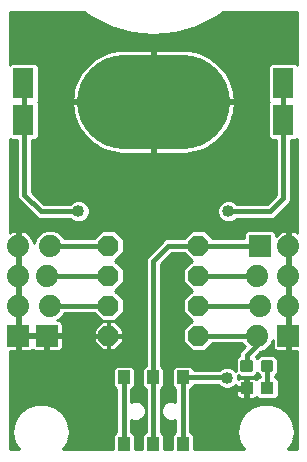
<source format=gtl>
G75*
%MOIN*%
%OFA0B0*%
%FSLAX25Y25*%
%IPPOS*%
%LPD*%
%AMOC8*
5,1,8,0,0,1.08239X$1,22.5*
%
%ADD10R,0.07000X0.10000*%
%ADD11C,0.31496*%
%ADD12R,0.07400X0.07400*%
%ADD13C,0.07400*%
%ADD14OC8,0.06800*%
%ADD15R,0.03937X0.04528*%
%ADD16C,0.01181*%
%ADD17R,0.04331X0.03937*%
%ADD18C,0.01000*%
%ADD19C,0.04000*%
%ADD20C,0.01600*%
D10*
X0100026Y0166898D03*
X0100026Y0179102D03*
X0186640Y0179102D03*
X0186640Y0166898D03*
D11*
X0153175Y0173000D02*
X0133491Y0173000D01*
D12*
X0178833Y0125000D03*
X0188333Y0095000D03*
X0107833Y0095000D03*
X0098333Y0095000D03*
D13*
X0098333Y0105000D03*
X0108833Y0105000D03*
X0107833Y0115000D03*
X0098333Y0115000D03*
X0098333Y0125000D03*
X0108833Y0125000D03*
X0177833Y0115000D03*
X0188333Y0115000D03*
X0188333Y0105000D03*
X0178833Y0105000D03*
X0177833Y0095000D03*
X0188333Y0125000D03*
D14*
X0158333Y0125000D03*
X0158333Y0115000D03*
X0158333Y0105000D03*
X0158333Y0095000D03*
X0128333Y0095000D03*
X0128333Y0105000D03*
X0128333Y0115000D03*
X0128333Y0125000D03*
D15*
X0133491Y0081122D03*
X0143333Y0081122D03*
X0153176Y0081122D03*
X0153176Y0058878D03*
X0143333Y0058878D03*
X0133491Y0058878D03*
D16*
X0173003Y0083622D02*
X0173003Y0086378D01*
X0175759Y0086378D01*
X0175759Y0083622D01*
X0173003Y0083622D01*
X0173003Y0084802D02*
X0175759Y0084802D01*
X0175759Y0085982D02*
X0173003Y0085982D01*
X0179908Y0086378D02*
X0179908Y0083622D01*
X0179908Y0086378D02*
X0182664Y0086378D01*
X0182664Y0083622D01*
X0179908Y0083622D01*
X0179908Y0084802D02*
X0182664Y0084802D01*
X0182664Y0085982D02*
X0179908Y0085982D01*
D17*
X0181180Y0077500D03*
X0174487Y0077500D03*
D18*
X0095433Y0089800D02*
X0095433Y0057100D01*
X0098386Y0057100D01*
X0096864Y0059735D01*
X0096864Y0059735D01*
X0096288Y0063000D01*
X0096288Y0063000D01*
X0096864Y0066265D01*
X0096864Y0066265D01*
X0098521Y0069135D01*
X0098521Y0069135D01*
X0098521Y0069135D01*
X0101061Y0071266D01*
X0101061Y0071266D01*
X0104176Y0072400D01*
X0107491Y0072400D01*
X0110606Y0071266D01*
X0110606Y0071266D01*
X0113145Y0069135D01*
X0113145Y0069135D01*
X0114803Y0066265D01*
X0114803Y0066265D01*
X0115378Y0063000D01*
X0115378Y0063000D01*
X0114803Y0059735D01*
X0114803Y0059735D01*
X0113281Y0057100D01*
X0129822Y0057100D01*
X0129822Y0061846D01*
X0130818Y0062842D01*
X0130991Y0062842D01*
X0130991Y0077158D01*
X0130818Y0077158D01*
X0129822Y0078154D01*
X0129822Y0084090D01*
X0130818Y0085086D01*
X0136163Y0085086D01*
X0137159Y0084090D01*
X0137159Y0078154D01*
X0136163Y0077158D01*
X0135991Y0077158D01*
X0135991Y0073056D01*
X0136757Y0073373D01*
X0138099Y0073373D01*
X0139339Y0072860D01*
X0140287Y0071911D01*
X0140801Y0070671D01*
X0140801Y0069329D01*
X0140287Y0068089D01*
X0139339Y0067140D01*
X0138099Y0066627D01*
X0136757Y0066627D01*
X0135991Y0066944D01*
X0135991Y0062842D01*
X0136163Y0062842D01*
X0137159Y0061846D01*
X0137159Y0057100D01*
X0139665Y0057100D01*
X0139665Y0061846D01*
X0140661Y0062842D01*
X0140833Y0062842D01*
X0140833Y0077158D01*
X0140661Y0077158D01*
X0139665Y0078154D01*
X0139665Y0084090D01*
X0140661Y0085086D01*
X0140833Y0085086D01*
X0140833Y0120497D01*
X0141214Y0121416D01*
X0146214Y0126416D01*
X0146917Y0127119D01*
X0147836Y0127500D01*
X0153621Y0127500D01*
X0156221Y0130100D01*
X0160446Y0130100D01*
X0163046Y0127500D01*
X0173433Y0127500D01*
X0173433Y0129404D01*
X0174429Y0130400D01*
X0183237Y0130400D01*
X0184233Y0129404D01*
X0184233Y0128204D01*
X0184367Y0128388D01*
X0184946Y0128966D01*
X0185608Y0129447D01*
X0186337Y0129819D01*
X0187116Y0130072D01*
X0187833Y0130186D01*
X0187833Y0125500D01*
X0188833Y0125500D01*
X0188833Y0130186D01*
X0189551Y0130072D01*
X0190329Y0129819D01*
X0191059Y0129447D01*
X0191233Y0129321D01*
X0191233Y0160586D01*
X0190845Y0160198D01*
X0189140Y0160198D01*
X0189140Y0140310D01*
X0188760Y0139391D01*
X0184453Y0135084D01*
X0184453Y0135084D01*
X0183749Y0134381D01*
X0182831Y0134000D01*
X0171066Y0134000D01*
X0170429Y0133363D01*
X0169069Y0132800D01*
X0167597Y0132800D01*
X0166237Y0133363D01*
X0165197Y0134404D01*
X0164633Y0135764D01*
X0164633Y0137236D01*
X0165197Y0138596D01*
X0166237Y0139637D01*
X0167597Y0140200D01*
X0169069Y0140200D01*
X0170429Y0139637D01*
X0171066Y0139000D01*
X0181298Y0139000D01*
X0184140Y0141843D01*
X0184140Y0160198D01*
X0182436Y0160198D01*
X0181440Y0161193D01*
X0181440Y0172602D01*
X0181839Y0173000D01*
X0181440Y0173398D01*
X0181440Y0184807D01*
X0182436Y0185802D01*
X0190845Y0185802D01*
X0191233Y0185414D01*
X0191233Y0202900D01*
X0166529Y0202900D01*
X0164161Y0201139D01*
X0164161Y0201139D01*
X0157616Y0197922D01*
X0157616Y0197922D01*
X0150596Y0195948D01*
X0150596Y0195948D01*
X0143333Y0195283D01*
X0143333Y0195283D01*
X0136071Y0195948D01*
X0136071Y0195948D01*
X0129051Y0197922D01*
X0129051Y0197922D01*
X0122506Y0201139D01*
X0122506Y0201139D01*
X0120138Y0202900D01*
X0095433Y0202900D01*
X0095433Y0185414D01*
X0095822Y0185802D01*
X0104230Y0185802D01*
X0105226Y0184807D01*
X0105226Y0173398D01*
X0104828Y0173000D01*
X0105226Y0172602D01*
X0105226Y0161193D01*
X0104230Y0160198D01*
X0102833Y0160198D01*
X0102833Y0143036D01*
X0106869Y0139000D01*
X0115601Y0139000D01*
X0116237Y0139637D01*
X0117597Y0140200D01*
X0119069Y0140200D01*
X0120429Y0139637D01*
X0121470Y0138596D01*
X0122033Y0137236D01*
X0122033Y0135764D01*
X0121470Y0134404D01*
X0120429Y0133363D01*
X0119069Y0132800D01*
X0117597Y0132800D01*
X0116237Y0133363D01*
X0115601Y0134000D01*
X0105336Y0134000D01*
X0104417Y0134381D01*
X0103714Y0135084D01*
X0098214Y0140584D01*
X0097833Y0141503D01*
X0097833Y0160198D01*
X0095822Y0160198D01*
X0095433Y0160586D01*
X0095433Y0129321D01*
X0095608Y0129447D01*
X0096337Y0129819D01*
X0097116Y0130072D01*
X0097833Y0130186D01*
X0097833Y0125500D01*
X0098833Y0125500D01*
X0098833Y0130186D01*
X0099551Y0130072D01*
X0100329Y0129819D01*
X0101059Y0129447D01*
X0101721Y0128966D01*
X0102300Y0128388D01*
X0102781Y0127725D01*
X0103152Y0126996D01*
X0103405Y0126218D01*
X0103433Y0126041D01*
X0103433Y0126074D01*
X0104255Y0128059D01*
X0105774Y0129578D01*
X0107759Y0130400D01*
X0109907Y0130400D01*
X0111892Y0129578D01*
X0113411Y0128059D01*
X0113643Y0127500D01*
X0123621Y0127500D01*
X0126221Y0130100D01*
X0130446Y0130100D01*
X0133433Y0127112D01*
X0133433Y0122888D01*
X0130546Y0120000D01*
X0133433Y0117112D01*
X0133433Y0112888D01*
X0130546Y0110000D01*
X0133433Y0107112D01*
X0133433Y0102888D01*
X0130446Y0099900D01*
X0126221Y0099900D01*
X0123621Y0102500D01*
X0113643Y0102500D01*
X0113411Y0101941D01*
X0111892Y0100422D01*
X0111356Y0100200D01*
X0111731Y0100200D01*
X0112112Y0100098D01*
X0112454Y0099900D01*
X0112734Y0099621D01*
X0112931Y0099279D01*
X0113033Y0098897D01*
X0113033Y0095500D01*
X0108333Y0095500D01*
X0108333Y0094500D01*
X0108333Y0089800D01*
X0111731Y0089800D01*
X0112112Y0089902D01*
X0112454Y0090100D01*
X0112734Y0090379D01*
X0112931Y0090721D01*
X0113033Y0091103D01*
X0113033Y0094500D01*
X0108333Y0094500D01*
X0107333Y0094500D01*
X0098833Y0094500D01*
X0098833Y0089800D01*
X0102231Y0089800D01*
X0102612Y0089902D01*
X0102954Y0090100D01*
X0103083Y0090229D01*
X0103212Y0090100D01*
X0103554Y0089902D01*
X0103936Y0089800D01*
X0107333Y0089800D01*
X0107333Y0094500D01*
X0107333Y0095500D01*
X0102633Y0095500D01*
X0098833Y0095500D01*
X0097833Y0095500D01*
X0097833Y0104500D01*
X0098833Y0104500D01*
X0098833Y0099814D01*
X0098833Y0095500D01*
X0098833Y0094500D01*
X0097833Y0094500D01*
X0097833Y0089800D01*
X0095433Y0089800D01*
X0095433Y0088949D02*
X0140833Y0088949D01*
X0140833Y0087951D02*
X0095433Y0087951D01*
X0095433Y0086952D02*
X0140833Y0086952D01*
X0140833Y0085954D02*
X0095433Y0085954D01*
X0095433Y0084955D02*
X0130688Y0084955D01*
X0129822Y0083957D02*
X0095433Y0083957D01*
X0095433Y0082958D02*
X0129822Y0082958D01*
X0129822Y0081960D02*
X0095433Y0081960D01*
X0095433Y0080961D02*
X0129822Y0080961D01*
X0129822Y0079963D02*
X0095433Y0079963D01*
X0095433Y0078964D02*
X0129822Y0078964D01*
X0130011Y0077966D02*
X0095433Y0077966D01*
X0095433Y0076967D02*
X0130991Y0076967D01*
X0130991Y0075969D02*
X0095433Y0075969D01*
X0095433Y0074970D02*
X0130991Y0074970D01*
X0130991Y0073972D02*
X0095433Y0073972D01*
X0095433Y0072973D02*
X0130991Y0072973D01*
X0130991Y0071975D02*
X0108659Y0071975D01*
X0110951Y0070976D02*
X0130991Y0070976D01*
X0130991Y0069978D02*
X0112141Y0069978D01*
X0113235Y0068979D02*
X0130991Y0068979D01*
X0130991Y0067981D02*
X0113812Y0067981D01*
X0114388Y0066982D02*
X0130991Y0066982D01*
X0130991Y0065984D02*
X0114852Y0065984D01*
X0115028Y0064985D02*
X0130991Y0064985D01*
X0130991Y0063987D02*
X0115204Y0063987D01*
X0115376Y0062988D02*
X0130991Y0062988D01*
X0129966Y0061990D02*
X0115200Y0061990D01*
X0115024Y0060991D02*
X0129822Y0060991D01*
X0129822Y0059993D02*
X0114848Y0059993D01*
X0114375Y0058994D02*
X0129822Y0058994D01*
X0129822Y0057996D02*
X0113798Y0057996D01*
X0097868Y0057996D02*
X0095433Y0057996D01*
X0095433Y0058994D02*
X0097292Y0058994D01*
X0096819Y0059993D02*
X0095433Y0059993D01*
X0095433Y0060991D02*
X0096643Y0060991D01*
X0096466Y0061990D02*
X0095433Y0061990D01*
X0095433Y0062988D02*
X0096290Y0062988D01*
X0096462Y0063987D02*
X0095433Y0063987D01*
X0095433Y0064985D02*
X0096638Y0064985D01*
X0096814Y0065984D02*
X0095433Y0065984D01*
X0095433Y0066982D02*
X0097278Y0066982D01*
X0097855Y0067981D02*
X0095433Y0067981D01*
X0095433Y0068979D02*
X0098431Y0068979D01*
X0099525Y0069978D02*
X0095433Y0069978D01*
X0095433Y0070976D02*
X0100715Y0070976D01*
X0103007Y0071975D02*
X0095433Y0071975D01*
X0097833Y0089948D02*
X0098833Y0089948D01*
X0098833Y0090946D02*
X0097833Y0090946D01*
X0097833Y0091945D02*
X0098833Y0091945D01*
X0098833Y0092943D02*
X0097833Y0092943D01*
X0097833Y0093942D02*
X0098833Y0093942D01*
X0098833Y0094940D02*
X0107333Y0094940D01*
X0107333Y0093942D02*
X0108333Y0093942D01*
X0108333Y0094940D02*
X0128033Y0094940D01*
X0128033Y0094700D02*
X0123433Y0094700D01*
X0123433Y0092970D01*
X0126304Y0090100D01*
X0128033Y0090100D01*
X0128033Y0094700D01*
X0128033Y0095300D01*
X0123433Y0095300D01*
X0123433Y0097030D01*
X0126304Y0099900D01*
X0128033Y0099900D01*
X0128033Y0095300D01*
X0128633Y0095300D01*
X0128633Y0099900D01*
X0130363Y0099900D01*
X0133233Y0097030D01*
X0133233Y0095300D01*
X0128633Y0095300D01*
X0128633Y0094700D01*
X0128633Y0090100D01*
X0130363Y0090100D01*
X0133233Y0092970D01*
X0133233Y0094700D01*
X0128633Y0094700D01*
X0128033Y0094700D01*
X0128633Y0094940D02*
X0140833Y0094940D01*
X0140833Y0093942D02*
X0133233Y0093942D01*
X0133206Y0092943D02*
X0140833Y0092943D01*
X0140833Y0091945D02*
X0132208Y0091945D01*
X0131209Y0090946D02*
X0140833Y0090946D01*
X0140833Y0089948D02*
X0112191Y0089948D01*
X0112991Y0090946D02*
X0125457Y0090946D01*
X0124459Y0091945D02*
X0113033Y0091945D01*
X0113033Y0092943D02*
X0123460Y0092943D01*
X0123433Y0093942D02*
X0113033Y0093942D01*
X0113033Y0095939D02*
X0123433Y0095939D01*
X0123433Y0096937D02*
X0113033Y0096937D01*
X0113033Y0097936D02*
X0124340Y0097936D01*
X0125338Y0098934D02*
X0113023Y0098934D01*
X0112398Y0099933D02*
X0126188Y0099933D01*
X0125189Y0100932D02*
X0112402Y0100932D01*
X0113400Y0101930D02*
X0124191Y0101930D01*
X0128033Y0098934D02*
X0128633Y0098934D01*
X0128633Y0097936D02*
X0128033Y0097936D01*
X0128033Y0096937D02*
X0128633Y0096937D01*
X0128633Y0095939D02*
X0128033Y0095939D01*
X0128033Y0093942D02*
X0128633Y0093942D01*
X0128633Y0092943D02*
X0128033Y0092943D01*
X0128033Y0091945D02*
X0128633Y0091945D01*
X0128633Y0090946D02*
X0128033Y0090946D01*
X0133233Y0095939D02*
X0140833Y0095939D01*
X0140833Y0096937D02*
X0133233Y0096937D01*
X0132327Y0097936D02*
X0140833Y0097936D01*
X0140833Y0098934D02*
X0131328Y0098934D01*
X0130479Y0099933D02*
X0140833Y0099933D01*
X0140833Y0100932D02*
X0131477Y0100932D01*
X0132476Y0101930D02*
X0140833Y0101930D01*
X0140833Y0102929D02*
X0133433Y0102929D01*
X0133433Y0103927D02*
X0140833Y0103927D01*
X0140833Y0104926D02*
X0133433Y0104926D01*
X0133433Y0105924D02*
X0140833Y0105924D01*
X0140833Y0106923D02*
X0133433Y0106923D01*
X0132625Y0107921D02*
X0140833Y0107921D01*
X0140833Y0108920D02*
X0131626Y0108920D01*
X0130628Y0109918D02*
X0140833Y0109918D01*
X0140833Y0110917D02*
X0131462Y0110917D01*
X0132461Y0111915D02*
X0140833Y0111915D01*
X0140833Y0112914D02*
X0133433Y0112914D01*
X0133433Y0113912D02*
X0140833Y0113912D01*
X0140833Y0114911D02*
X0133433Y0114911D01*
X0133433Y0115909D02*
X0140833Y0115909D01*
X0140833Y0116908D02*
X0133433Y0116908D01*
X0132640Y0117906D02*
X0140833Y0117906D01*
X0140833Y0118905D02*
X0131641Y0118905D01*
X0130643Y0119903D02*
X0140833Y0119903D01*
X0141001Y0120902D02*
X0131448Y0120902D01*
X0132446Y0121900D02*
X0141698Y0121900D01*
X0142697Y0122899D02*
X0133433Y0122899D01*
X0133433Y0123897D02*
X0143695Y0123897D01*
X0144694Y0124896D02*
X0133433Y0124896D01*
X0133433Y0125894D02*
X0145692Y0125894D01*
X0146691Y0126893D02*
X0133433Y0126893D01*
X0132654Y0127891D02*
X0154012Y0127891D01*
X0155011Y0128890D02*
X0131656Y0128890D01*
X0130657Y0129888D02*
X0156009Y0129888D01*
X0160657Y0129888D02*
X0173918Y0129888D01*
X0173433Y0128890D02*
X0161656Y0128890D01*
X0162654Y0127891D02*
X0173433Y0127891D01*
X0170948Y0133882D02*
X0191233Y0133882D01*
X0191233Y0132884D02*
X0169272Y0132884D01*
X0167395Y0132884D02*
X0119272Y0132884D01*
X0117395Y0132884D02*
X0095433Y0132884D01*
X0095433Y0133882D02*
X0115718Y0133882D01*
X0120948Y0133882D02*
X0165718Y0133882D01*
X0164999Y0134881D02*
X0121668Y0134881D01*
X0122033Y0135879D02*
X0164633Y0135879D01*
X0164633Y0136878D02*
X0122033Y0136878D01*
X0121768Y0137876D02*
X0164899Y0137876D01*
X0165476Y0138875D02*
X0121191Y0138875D01*
X0119858Y0139873D02*
X0166809Y0139873D01*
X0169858Y0139873D02*
X0182171Y0139873D01*
X0183170Y0140872D02*
X0104997Y0140872D01*
X0105995Y0139873D02*
X0116809Y0139873D01*
X0103998Y0141870D02*
X0184140Y0141870D01*
X0184140Y0142869D02*
X0103000Y0142869D01*
X0102833Y0143868D02*
X0184140Y0143868D01*
X0184140Y0144866D02*
X0102833Y0144866D01*
X0102833Y0145865D02*
X0184140Y0145865D01*
X0184140Y0146863D02*
X0102833Y0146863D01*
X0102833Y0147862D02*
X0184140Y0147862D01*
X0184140Y0148860D02*
X0102833Y0148860D01*
X0102833Y0149859D02*
X0184140Y0149859D01*
X0184140Y0150857D02*
X0102833Y0150857D01*
X0102833Y0151856D02*
X0184140Y0151856D01*
X0184140Y0152854D02*
X0102833Y0152854D01*
X0102833Y0153853D02*
X0184140Y0153853D01*
X0184140Y0154851D02*
X0102833Y0154851D01*
X0102833Y0155850D02*
X0131621Y0155850D01*
X0131237Y0155883D02*
X0132738Y0155752D01*
X0142833Y0155752D01*
X0142833Y0172500D01*
X0116243Y0172500D01*
X0116243Y0172247D01*
X0116374Y0170747D01*
X0116636Y0169263D01*
X0117025Y0167808D01*
X0117541Y0166393D01*
X0118177Y0165028D01*
X0118930Y0163724D01*
X0119794Y0162490D01*
X0120762Y0161336D01*
X0121827Y0160271D01*
X0122981Y0159303D01*
X0124215Y0158439D01*
X0125519Y0157686D01*
X0126884Y0157050D01*
X0128299Y0156535D01*
X0129754Y0156145D01*
X0131237Y0155883D01*
X0127438Y0156848D02*
X0102833Y0156848D01*
X0102833Y0157847D02*
X0125241Y0157847D01*
X0123635Y0158845D02*
X0102833Y0158845D01*
X0102833Y0159844D02*
X0122337Y0159844D01*
X0121256Y0160842D02*
X0104875Y0160842D01*
X0105226Y0161841D02*
X0120339Y0161841D01*
X0119549Y0162839D02*
X0105226Y0162839D01*
X0105226Y0163838D02*
X0118864Y0163838D01*
X0118288Y0164836D02*
X0105226Y0164836D01*
X0105226Y0165835D02*
X0117801Y0165835D01*
X0117380Y0166833D02*
X0105226Y0166833D01*
X0105226Y0167832D02*
X0117019Y0167832D01*
X0116752Y0168830D02*
X0105226Y0168830D01*
X0105226Y0169829D02*
X0116536Y0169829D01*
X0116367Y0170827D02*
X0105226Y0170827D01*
X0105226Y0171826D02*
X0116280Y0171826D01*
X0116243Y0173500D02*
X0142833Y0173500D01*
X0142833Y0172500D01*
X0143833Y0172500D01*
X0143833Y0155752D01*
X0153929Y0155752D01*
X0155429Y0155883D01*
X0156913Y0156145D01*
X0158367Y0156535D01*
X0159783Y0157050D01*
X0161148Y0157686D01*
X0162452Y0158439D01*
X0163686Y0159303D01*
X0164840Y0160271D01*
X0165905Y0161336D01*
X0166873Y0162490D01*
X0167737Y0163724D01*
X0168490Y0165028D01*
X0169126Y0166393D01*
X0169641Y0167808D01*
X0170031Y0169263D01*
X0170293Y0170747D01*
X0170424Y0172247D01*
X0170424Y0172500D01*
X0143833Y0172500D01*
X0143833Y0173500D01*
X0142833Y0173500D01*
X0142833Y0190248D01*
X0132738Y0190248D01*
X0131237Y0190117D01*
X0129754Y0189855D01*
X0128299Y0189465D01*
X0126884Y0188950D01*
X0125519Y0188314D01*
X0124215Y0187561D01*
X0122981Y0186697D01*
X0121827Y0185729D01*
X0120762Y0184664D01*
X0119794Y0183510D01*
X0118930Y0182276D01*
X0118177Y0180972D01*
X0117541Y0179607D01*
X0117025Y0178192D01*
X0116636Y0176737D01*
X0116374Y0175253D01*
X0116243Y0173753D01*
X0116243Y0173500D01*
X0116249Y0173823D02*
X0105226Y0173823D01*
X0105226Y0174821D02*
X0116336Y0174821D01*
X0116474Y0175820D02*
X0105226Y0175820D01*
X0105226Y0176818D02*
X0116657Y0176818D01*
X0116925Y0177817D02*
X0105226Y0177817D01*
X0105226Y0178815D02*
X0117252Y0178815D01*
X0117637Y0179814D02*
X0105226Y0179814D01*
X0105226Y0180812D02*
X0118103Y0180812D01*
X0118662Y0181811D02*
X0105226Y0181811D01*
X0105226Y0182809D02*
X0119304Y0182809D01*
X0120044Y0183808D02*
X0105226Y0183808D01*
X0105226Y0184806D02*
X0120905Y0184806D01*
X0121918Y0185805D02*
X0095433Y0185805D01*
X0095433Y0186803D02*
X0123133Y0186803D01*
X0124633Y0187802D02*
X0095433Y0187802D01*
X0095433Y0188801D02*
X0126563Y0188801D01*
X0129544Y0189799D02*
X0095433Y0189799D01*
X0095433Y0190798D02*
X0191233Y0190798D01*
X0191233Y0191796D02*
X0095433Y0191796D01*
X0095433Y0192795D02*
X0191233Y0192795D01*
X0191233Y0193793D02*
X0095433Y0193793D01*
X0095433Y0194792D02*
X0191233Y0194792D01*
X0191233Y0195790D02*
X0148868Y0195790D01*
X0153584Y0196789D02*
X0191233Y0196789D01*
X0191233Y0197787D02*
X0157136Y0197787D01*
X0159373Y0198786D02*
X0191233Y0198786D01*
X0191233Y0199784D02*
X0161404Y0199784D01*
X0163436Y0200783D02*
X0191233Y0200783D01*
X0191233Y0201781D02*
X0165024Y0201781D01*
X0166367Y0202780D02*
X0191233Y0202780D01*
X0191233Y0189799D02*
X0157122Y0189799D01*
X0156913Y0189855D02*
X0158367Y0189465D01*
X0159783Y0188950D01*
X0161148Y0188314D01*
X0162452Y0187561D01*
X0163686Y0186697D01*
X0164840Y0185729D01*
X0165905Y0184664D01*
X0166873Y0183510D01*
X0167737Y0182276D01*
X0168490Y0180972D01*
X0169126Y0179607D01*
X0169641Y0178192D01*
X0170031Y0176737D01*
X0170293Y0175253D01*
X0170424Y0173753D01*
X0170424Y0173500D01*
X0143833Y0173500D01*
X0143833Y0190248D01*
X0153929Y0190248D01*
X0155429Y0190117D01*
X0156913Y0189855D01*
X0160104Y0188801D02*
X0191233Y0188801D01*
X0191233Y0187802D02*
X0162034Y0187802D01*
X0163533Y0186803D02*
X0191233Y0186803D01*
X0191233Y0185805D02*
X0164749Y0185805D01*
X0165762Y0184806D02*
X0181440Y0184806D01*
X0181440Y0183808D02*
X0166623Y0183808D01*
X0167363Y0182809D02*
X0181440Y0182809D01*
X0181440Y0181811D02*
X0168005Y0181811D01*
X0168564Y0180812D02*
X0181440Y0180812D01*
X0181440Y0179814D02*
X0169030Y0179814D01*
X0169414Y0178815D02*
X0181440Y0178815D01*
X0181440Y0177817D02*
X0169742Y0177817D01*
X0170009Y0176818D02*
X0181440Y0176818D01*
X0181440Y0175820D02*
X0170193Y0175820D01*
X0170330Y0174821D02*
X0181440Y0174821D01*
X0181440Y0173823D02*
X0170418Y0173823D01*
X0170387Y0171826D02*
X0181440Y0171826D01*
X0181440Y0170827D02*
X0170300Y0170827D01*
X0170131Y0169829D02*
X0181440Y0169829D01*
X0181440Y0168830D02*
X0169915Y0168830D01*
X0169647Y0167832D02*
X0181440Y0167832D01*
X0181440Y0166833D02*
X0169286Y0166833D01*
X0168866Y0165835D02*
X0181440Y0165835D01*
X0181440Y0164836D02*
X0168379Y0164836D01*
X0167802Y0163838D02*
X0181440Y0163838D01*
X0181440Y0162839D02*
X0167117Y0162839D01*
X0166328Y0161841D02*
X0181440Y0161841D01*
X0181792Y0160842D02*
X0165410Y0160842D01*
X0164330Y0159844D02*
X0184140Y0159844D01*
X0184140Y0158845D02*
X0163032Y0158845D01*
X0161426Y0157847D02*
X0184140Y0157847D01*
X0184140Y0156848D02*
X0159229Y0156848D01*
X0155045Y0155850D02*
X0184140Y0155850D01*
X0189140Y0155850D02*
X0191233Y0155850D01*
X0191233Y0156848D02*
X0189140Y0156848D01*
X0189140Y0157847D02*
X0191233Y0157847D01*
X0191233Y0158845D02*
X0189140Y0158845D01*
X0189140Y0159844D02*
X0191233Y0159844D01*
X0191233Y0154851D02*
X0189140Y0154851D01*
X0189140Y0153853D02*
X0191233Y0153853D01*
X0191233Y0152854D02*
X0189140Y0152854D01*
X0189140Y0151856D02*
X0191233Y0151856D01*
X0191233Y0150857D02*
X0189140Y0150857D01*
X0189140Y0149859D02*
X0191233Y0149859D01*
X0191233Y0148860D02*
X0189140Y0148860D01*
X0189140Y0147862D02*
X0191233Y0147862D01*
X0191233Y0146863D02*
X0189140Y0146863D01*
X0189140Y0145865D02*
X0191233Y0145865D01*
X0191233Y0144866D02*
X0189140Y0144866D01*
X0189140Y0143868D02*
X0191233Y0143868D01*
X0191233Y0142869D02*
X0189140Y0142869D01*
X0189140Y0141870D02*
X0191233Y0141870D01*
X0191233Y0140872D02*
X0189140Y0140872D01*
X0188960Y0139873D02*
X0191233Y0139873D01*
X0191233Y0138875D02*
X0188244Y0138875D01*
X0187245Y0137876D02*
X0191233Y0137876D01*
X0191233Y0136878D02*
X0186247Y0136878D01*
X0185248Y0135879D02*
X0191233Y0135879D01*
X0191233Y0134881D02*
X0184250Y0134881D01*
X0183749Y0129888D02*
X0186551Y0129888D01*
X0187833Y0129888D02*
X0188833Y0129888D01*
X0188833Y0128890D02*
X0187833Y0128890D01*
X0187833Y0127891D02*
X0188833Y0127891D01*
X0188833Y0126893D02*
X0187833Y0126893D01*
X0187833Y0125894D02*
X0188833Y0125894D01*
X0188833Y0124500D02*
X0188833Y0119814D01*
X0188833Y0115500D01*
X0187833Y0115500D01*
X0187833Y0124500D01*
X0188833Y0124500D01*
X0188833Y0123897D02*
X0187833Y0123897D01*
X0187833Y0122899D02*
X0188833Y0122899D01*
X0188833Y0121900D02*
X0187833Y0121900D01*
X0187833Y0120902D02*
X0188833Y0120902D01*
X0188833Y0119903D02*
X0187833Y0119903D01*
X0187833Y0118905D02*
X0188833Y0118905D01*
X0188833Y0117906D02*
X0187833Y0117906D01*
X0187833Y0116908D02*
X0188833Y0116908D01*
X0188833Y0115909D02*
X0187833Y0115909D01*
X0187833Y0114500D02*
X0188833Y0114500D01*
X0188833Y0110186D01*
X0188833Y0105500D01*
X0187833Y0105500D01*
X0187833Y0114500D01*
X0187833Y0113912D02*
X0188833Y0113912D01*
X0188833Y0112914D02*
X0187833Y0112914D01*
X0187833Y0111915D02*
X0188833Y0111915D01*
X0188833Y0110917D02*
X0187833Y0110917D01*
X0187833Y0109918D02*
X0188833Y0109918D01*
X0188833Y0108920D02*
X0187833Y0108920D01*
X0187833Y0107921D02*
X0188833Y0107921D01*
X0188833Y0106923D02*
X0187833Y0106923D01*
X0187833Y0105924D02*
X0188833Y0105924D01*
X0188833Y0104500D02*
X0188833Y0099814D01*
X0188833Y0095500D01*
X0187833Y0095500D01*
X0187833Y0104500D01*
X0188833Y0104500D01*
X0188833Y0103927D02*
X0187833Y0103927D01*
X0187833Y0102929D02*
X0188833Y0102929D01*
X0188833Y0101930D02*
X0187833Y0101930D01*
X0187833Y0100932D02*
X0188833Y0100932D01*
X0188833Y0099933D02*
X0187833Y0099933D01*
X0187833Y0098934D02*
X0188833Y0098934D01*
X0188833Y0097936D02*
X0187833Y0097936D01*
X0187833Y0096937D02*
X0188833Y0096937D01*
X0188833Y0095939D02*
X0187833Y0095939D01*
X0187833Y0094500D02*
X0188833Y0094500D01*
X0188833Y0089800D01*
X0191233Y0089800D01*
X0191233Y0057100D01*
X0188281Y0057100D01*
X0189803Y0059735D01*
X0189803Y0059735D01*
X0190378Y0063000D01*
X0189803Y0066265D01*
X0188145Y0069135D01*
X0188145Y0069135D01*
X0185606Y0071266D01*
X0185606Y0071266D01*
X0182491Y0072400D01*
X0179176Y0072400D01*
X0176061Y0071266D01*
X0176061Y0071266D01*
X0173521Y0069135D01*
X0171864Y0066265D01*
X0171864Y0066265D01*
X0171288Y0063000D01*
X0171864Y0059735D01*
X0173386Y0057100D01*
X0156844Y0057100D01*
X0156844Y0061846D01*
X0155849Y0062842D01*
X0155676Y0062842D01*
X0155676Y0077158D01*
X0155849Y0077158D01*
X0156844Y0078154D01*
X0156844Y0078622D01*
X0164979Y0078622D01*
X0165737Y0077863D01*
X0167097Y0077300D01*
X0168569Y0077300D01*
X0169929Y0077863D01*
X0170822Y0078756D01*
X0170822Y0077984D01*
X0174003Y0077984D01*
X0174003Y0080968D01*
X0172124Y0080968D01*
X0171743Y0080866D01*
X0171533Y0080745D01*
X0171533Y0081736D01*
X0171451Y0081934D01*
X0172054Y0081331D01*
X0176707Y0081331D01*
X0177833Y0082458D01*
X0178737Y0081554D01*
X0178732Y0081168D01*
X0178310Y0081168D01*
X0177692Y0080550D01*
X0177573Y0080669D01*
X0177231Y0080866D01*
X0176850Y0080968D01*
X0174971Y0080968D01*
X0174971Y0077984D01*
X0174003Y0077984D01*
X0174003Y0077016D01*
X0174971Y0077016D01*
X0174971Y0074031D01*
X0176850Y0074031D01*
X0177231Y0074134D01*
X0177573Y0074331D01*
X0177692Y0074450D01*
X0178310Y0073831D01*
X0184049Y0073831D01*
X0185045Y0074827D01*
X0185045Y0080173D01*
X0184049Y0081168D01*
X0183732Y0081168D01*
X0183736Y0081455D01*
X0184955Y0082673D01*
X0184955Y0087327D01*
X0183613Y0088668D01*
X0178959Y0088668D01*
X0177833Y0087542D01*
X0177372Y0088003D01*
X0179012Y0089643D01*
X0180892Y0090422D01*
X0182411Y0091941D01*
X0183133Y0093684D01*
X0183133Y0091103D01*
X0183236Y0090721D01*
X0183433Y0090379D01*
X0183712Y0090100D01*
X0184054Y0089902D01*
X0184436Y0089800D01*
X0187833Y0089800D01*
X0187833Y0094500D01*
X0187833Y0093942D02*
X0188833Y0093942D01*
X0188833Y0092943D02*
X0187833Y0092943D01*
X0187833Y0091945D02*
X0188833Y0091945D01*
X0188833Y0090946D02*
X0187833Y0090946D01*
X0187833Y0089948D02*
X0188833Y0089948D01*
X0191233Y0088949D02*
X0178318Y0088949D01*
X0178242Y0087951D02*
X0177425Y0087951D01*
X0179747Y0089948D02*
X0183975Y0089948D01*
X0183175Y0090946D02*
X0181416Y0090946D01*
X0182413Y0091945D02*
X0183133Y0091945D01*
X0183133Y0092943D02*
X0182826Y0092943D01*
X0184330Y0087951D02*
X0191233Y0087951D01*
X0191233Y0086952D02*
X0184955Y0086952D01*
X0184955Y0085954D02*
X0191233Y0085954D01*
X0191233Y0084955D02*
X0184955Y0084955D01*
X0184955Y0083957D02*
X0191233Y0083957D01*
X0191233Y0082958D02*
X0184955Y0082958D01*
X0184241Y0081960D02*
X0191233Y0081960D01*
X0191233Y0080961D02*
X0184256Y0080961D01*
X0185045Y0079963D02*
X0191233Y0079963D01*
X0191233Y0078964D02*
X0185045Y0078964D01*
X0185045Y0077966D02*
X0191233Y0077966D01*
X0191233Y0076967D02*
X0185045Y0076967D01*
X0185045Y0075969D02*
X0191233Y0075969D01*
X0191233Y0074970D02*
X0185045Y0074970D01*
X0184190Y0073972D02*
X0191233Y0073972D01*
X0191233Y0072973D02*
X0155676Y0072973D01*
X0155676Y0071975D02*
X0178007Y0071975D01*
X0178170Y0073972D02*
X0155676Y0073972D01*
X0155676Y0074970D02*
X0170919Y0074970D01*
X0170924Y0074953D02*
X0171121Y0074610D01*
X0171400Y0074331D01*
X0171743Y0074134D01*
X0172124Y0074031D01*
X0174003Y0074031D01*
X0174003Y0077016D01*
X0170822Y0077016D01*
X0170822Y0075334D01*
X0170924Y0074953D01*
X0170822Y0075969D02*
X0155676Y0075969D01*
X0155676Y0076967D02*
X0170822Y0076967D01*
X0170032Y0077966D02*
X0174003Y0077966D01*
X0174003Y0078964D02*
X0174971Y0078964D01*
X0174971Y0079963D02*
X0174003Y0079963D01*
X0174003Y0080961D02*
X0174971Y0080961D01*
X0176877Y0080961D02*
X0178103Y0080961D01*
X0178331Y0081960D02*
X0177336Y0081960D01*
X0172097Y0080961D02*
X0171533Y0080961D01*
X0170712Y0083354D02*
X0169929Y0084137D01*
X0168569Y0084700D01*
X0167097Y0084700D01*
X0165737Y0084137D01*
X0165223Y0083622D01*
X0156844Y0083622D01*
X0156844Y0084090D01*
X0155849Y0085086D01*
X0150503Y0085086D01*
X0149507Y0084090D01*
X0149507Y0078154D01*
X0150503Y0077158D01*
X0150676Y0077158D01*
X0150676Y0073056D01*
X0149910Y0073373D01*
X0148568Y0073373D01*
X0147328Y0072860D01*
X0146379Y0071911D01*
X0145866Y0070671D01*
X0145866Y0069329D01*
X0146379Y0068089D01*
X0147328Y0067140D01*
X0148568Y0066627D01*
X0149910Y0066627D01*
X0150676Y0066944D01*
X0150676Y0062842D01*
X0150503Y0062842D01*
X0149507Y0061846D01*
X0149507Y0057100D01*
X0147002Y0057100D01*
X0147002Y0061846D01*
X0146006Y0062842D01*
X0145833Y0062842D01*
X0145833Y0077158D01*
X0146006Y0077158D01*
X0147002Y0078154D01*
X0147002Y0084090D01*
X0146006Y0085086D01*
X0145833Y0085086D01*
X0145833Y0118964D01*
X0149369Y0122500D01*
X0153621Y0122500D01*
X0156121Y0120000D01*
X0153233Y0117112D01*
X0153233Y0112888D01*
X0156121Y0110000D01*
X0153233Y0107112D01*
X0153233Y0102888D01*
X0156121Y0100000D01*
X0153233Y0097112D01*
X0153233Y0092888D01*
X0156221Y0089900D01*
X0160446Y0089900D01*
X0163046Y0092500D01*
X0173024Y0092500D01*
X0173255Y0091941D01*
X0173747Y0091449D01*
X0172261Y0089963D01*
X0171881Y0089045D01*
X0171881Y0088495D01*
X0170712Y0087327D01*
X0170712Y0083354D01*
X0170712Y0083957D02*
X0170109Y0083957D01*
X0170712Y0084955D02*
X0155979Y0084955D01*
X0156844Y0083957D02*
X0165558Y0083957D01*
X0170712Y0085954D02*
X0145833Y0085954D01*
X0145833Y0086952D02*
X0170712Y0086952D01*
X0171336Y0087951D02*
X0145833Y0087951D01*
X0145833Y0088949D02*
X0171881Y0088949D01*
X0172255Y0089948D02*
X0160494Y0089948D01*
X0161492Y0090946D02*
X0173244Y0090946D01*
X0173254Y0091945D02*
X0162491Y0091945D01*
X0156173Y0089948D02*
X0145833Y0089948D01*
X0145833Y0090946D02*
X0155174Y0090946D01*
X0154176Y0091945D02*
X0145833Y0091945D01*
X0145833Y0092943D02*
X0153233Y0092943D01*
X0153233Y0093942D02*
X0145833Y0093942D01*
X0145833Y0094940D02*
X0153233Y0094940D01*
X0153233Y0095939D02*
X0145833Y0095939D01*
X0145833Y0096937D02*
X0153233Y0096937D01*
X0154057Y0097936D02*
X0145833Y0097936D01*
X0145833Y0098934D02*
X0155055Y0098934D01*
X0156054Y0099933D02*
X0145833Y0099933D01*
X0145833Y0100932D02*
X0155189Y0100932D01*
X0154191Y0101930D02*
X0145833Y0101930D01*
X0145833Y0102929D02*
X0153233Y0102929D01*
X0153233Y0103927D02*
X0145833Y0103927D01*
X0145833Y0104926D02*
X0153233Y0104926D01*
X0153233Y0105924D02*
X0145833Y0105924D01*
X0145833Y0106923D02*
X0153233Y0106923D01*
X0154042Y0107921D02*
X0145833Y0107921D01*
X0145833Y0108920D02*
X0155040Y0108920D01*
X0156039Y0109918D02*
X0145833Y0109918D01*
X0145833Y0110917D02*
X0155204Y0110917D01*
X0154206Y0111915D02*
X0145833Y0111915D01*
X0145833Y0112914D02*
X0153233Y0112914D01*
X0153233Y0113912D02*
X0145833Y0113912D01*
X0145833Y0114911D02*
X0153233Y0114911D01*
X0153233Y0115909D02*
X0145833Y0115909D01*
X0145833Y0116908D02*
X0153233Y0116908D01*
X0154027Y0117906D02*
X0145833Y0117906D01*
X0145833Y0118905D02*
X0155026Y0118905D01*
X0156024Y0119903D02*
X0146772Y0119903D01*
X0147771Y0120902D02*
X0155219Y0120902D01*
X0154221Y0121900D02*
X0148769Y0121900D01*
X0126009Y0129888D02*
X0111143Y0129888D01*
X0112580Y0128890D02*
X0125011Y0128890D01*
X0124012Y0127891D02*
X0113481Y0127891D01*
X0106524Y0129888D02*
X0100116Y0129888D01*
X0098833Y0129888D02*
X0097833Y0129888D01*
X0097833Y0128890D02*
X0098833Y0128890D01*
X0098833Y0127891D02*
X0097833Y0127891D01*
X0097833Y0126893D02*
X0098833Y0126893D01*
X0098833Y0125894D02*
X0097833Y0125894D01*
X0097833Y0124500D02*
X0098833Y0124500D01*
X0098833Y0119814D01*
X0098833Y0115500D01*
X0097833Y0115500D01*
X0097833Y0124500D01*
X0097833Y0123897D02*
X0098833Y0123897D01*
X0098833Y0122899D02*
X0097833Y0122899D01*
X0097833Y0121900D02*
X0098833Y0121900D01*
X0098833Y0120902D02*
X0097833Y0120902D01*
X0097833Y0119903D02*
X0098833Y0119903D01*
X0098833Y0118905D02*
X0097833Y0118905D01*
X0097833Y0117906D02*
X0098833Y0117906D01*
X0098833Y0116908D02*
X0097833Y0116908D01*
X0097833Y0115909D02*
X0098833Y0115909D01*
X0098833Y0114500D02*
X0098833Y0109814D01*
X0098833Y0105500D01*
X0097833Y0105500D01*
X0097833Y0114500D01*
X0098833Y0114500D01*
X0098833Y0113912D02*
X0097833Y0113912D01*
X0097833Y0112914D02*
X0098833Y0112914D01*
X0098833Y0111915D02*
X0097833Y0111915D01*
X0097833Y0110917D02*
X0098833Y0110917D01*
X0098833Y0109918D02*
X0097833Y0109918D01*
X0097833Y0108920D02*
X0098833Y0108920D01*
X0098833Y0107921D02*
X0097833Y0107921D01*
X0097833Y0106923D02*
X0098833Y0106923D01*
X0098833Y0105924D02*
X0097833Y0105924D01*
X0097833Y0103927D02*
X0098833Y0103927D01*
X0098833Y0102929D02*
X0097833Y0102929D01*
X0097833Y0101930D02*
X0098833Y0101930D01*
X0098833Y0100932D02*
X0097833Y0100932D01*
X0097833Y0099933D02*
X0098833Y0099933D01*
X0098833Y0098934D02*
X0097833Y0098934D01*
X0097833Y0097936D02*
X0098833Y0097936D01*
X0098833Y0096937D02*
X0097833Y0096937D01*
X0097833Y0095939D02*
X0098833Y0095939D01*
X0102691Y0089948D02*
X0103475Y0089948D01*
X0107333Y0089948D02*
X0108333Y0089948D01*
X0108333Y0090946D02*
X0107333Y0090946D01*
X0107333Y0091945D02*
X0108333Y0091945D01*
X0108333Y0092943D02*
X0107333Y0092943D01*
X0136294Y0084955D02*
X0140530Y0084955D01*
X0139665Y0083957D02*
X0137159Y0083957D01*
X0137159Y0082958D02*
X0139665Y0082958D01*
X0139665Y0081960D02*
X0137159Y0081960D01*
X0137159Y0080961D02*
X0139665Y0080961D01*
X0139665Y0079963D02*
X0137159Y0079963D01*
X0137159Y0078964D02*
X0139665Y0078964D01*
X0139853Y0077966D02*
X0136971Y0077966D01*
X0135991Y0076967D02*
X0140833Y0076967D01*
X0140833Y0075969D02*
X0135991Y0075969D01*
X0135991Y0074970D02*
X0140833Y0074970D01*
X0140833Y0073972D02*
X0135991Y0073972D01*
X0139065Y0072973D02*
X0140833Y0072973D01*
X0140833Y0071975D02*
X0140224Y0071975D01*
X0140675Y0070976D02*
X0140833Y0070976D01*
X0140801Y0069978D02*
X0140833Y0069978D01*
X0140833Y0068979D02*
X0140656Y0068979D01*
X0140833Y0067981D02*
X0140179Y0067981D01*
X0140833Y0066982D02*
X0138957Y0066982D01*
X0140833Y0065984D02*
X0135991Y0065984D01*
X0135991Y0064985D02*
X0140833Y0064985D01*
X0140833Y0063987D02*
X0135991Y0063987D01*
X0135991Y0062988D02*
X0140833Y0062988D01*
X0139809Y0061990D02*
X0137016Y0061990D01*
X0137159Y0060991D02*
X0139665Y0060991D01*
X0139665Y0059993D02*
X0137159Y0059993D01*
X0137159Y0058994D02*
X0139665Y0058994D01*
X0139665Y0057996D02*
X0137159Y0057996D01*
X0145833Y0062988D02*
X0150676Y0062988D01*
X0150676Y0063987D02*
X0145833Y0063987D01*
X0145833Y0064985D02*
X0150676Y0064985D01*
X0150676Y0065984D02*
X0145833Y0065984D01*
X0145833Y0066982D02*
X0147710Y0066982D01*
X0146488Y0067981D02*
X0145833Y0067981D01*
X0145833Y0068979D02*
X0146011Y0068979D01*
X0145866Y0069978D02*
X0145833Y0069978D01*
X0145833Y0070976D02*
X0145992Y0070976D01*
X0145833Y0071975D02*
X0146443Y0071975D01*
X0145833Y0072973D02*
X0147602Y0072973D01*
X0145833Y0073972D02*
X0150676Y0073972D01*
X0150676Y0074970D02*
X0145833Y0074970D01*
X0145833Y0075969D02*
X0150676Y0075969D01*
X0150676Y0076967D02*
X0145833Y0076967D01*
X0146813Y0077966D02*
X0149696Y0077966D01*
X0149507Y0078964D02*
X0147002Y0078964D01*
X0147002Y0079963D02*
X0149507Y0079963D01*
X0149507Y0080961D02*
X0147002Y0080961D01*
X0147002Y0081960D02*
X0149507Y0081960D01*
X0149507Y0082958D02*
X0147002Y0082958D01*
X0147002Y0083957D02*
X0149507Y0083957D01*
X0150373Y0084955D02*
X0146136Y0084955D01*
X0156656Y0077966D02*
X0165635Y0077966D01*
X0174003Y0076967D02*
X0174971Y0076967D01*
X0174971Y0075969D02*
X0174003Y0075969D01*
X0174003Y0074970D02*
X0174971Y0074970D01*
X0175715Y0070976D02*
X0155676Y0070976D01*
X0155676Y0069978D02*
X0174525Y0069978D01*
X0173521Y0069135D02*
X0173521Y0069135D01*
X0173521Y0069135D01*
X0173431Y0068979D02*
X0155676Y0068979D01*
X0155676Y0067981D02*
X0172855Y0067981D01*
X0172278Y0066982D02*
X0155676Y0066982D01*
X0155676Y0065984D02*
X0171814Y0065984D01*
X0171638Y0064985D02*
X0155676Y0064985D01*
X0155676Y0063987D02*
X0171462Y0063987D01*
X0171288Y0063000D02*
X0171288Y0063000D01*
X0171290Y0062988D02*
X0155676Y0062988D01*
X0156701Y0061990D02*
X0171466Y0061990D01*
X0171643Y0060991D02*
X0156844Y0060991D01*
X0156844Y0059993D02*
X0171819Y0059993D01*
X0171864Y0059735D02*
X0171864Y0059735D01*
X0172292Y0058994D02*
X0156844Y0058994D01*
X0156844Y0057996D02*
X0172868Y0057996D01*
X0188798Y0057996D02*
X0191233Y0057996D01*
X0191233Y0058994D02*
X0189375Y0058994D01*
X0189848Y0059993D02*
X0191233Y0059993D01*
X0191233Y0060991D02*
X0190024Y0060991D01*
X0190200Y0061990D02*
X0191233Y0061990D01*
X0191233Y0062988D02*
X0190376Y0062988D01*
X0190378Y0063000D02*
X0190378Y0063000D01*
X0190204Y0063987D02*
X0191233Y0063987D01*
X0191233Y0064985D02*
X0190028Y0064985D01*
X0189852Y0065984D02*
X0191233Y0065984D01*
X0191233Y0066982D02*
X0189388Y0066982D01*
X0189803Y0066265D02*
X0189803Y0066265D01*
X0188812Y0067981D02*
X0191233Y0067981D01*
X0191233Y0068979D02*
X0188235Y0068979D01*
X0187141Y0069978D02*
X0191233Y0069978D01*
X0191233Y0070976D02*
X0185951Y0070976D01*
X0183659Y0071975D02*
X0191233Y0071975D01*
X0149651Y0061990D02*
X0146858Y0061990D01*
X0147002Y0060991D02*
X0149507Y0060991D01*
X0149507Y0059993D02*
X0147002Y0059993D01*
X0147002Y0058994D02*
X0149507Y0058994D01*
X0149507Y0057996D02*
X0147002Y0057996D01*
X0103772Y0126893D02*
X0103186Y0126893D01*
X0102660Y0127891D02*
X0104186Y0127891D01*
X0105086Y0128890D02*
X0101797Y0128890D01*
X0096551Y0129888D02*
X0095433Y0129888D01*
X0095433Y0130887D02*
X0191233Y0130887D01*
X0191233Y0131885D02*
X0095433Y0131885D01*
X0095433Y0134881D02*
X0103917Y0134881D01*
X0102918Y0135879D02*
X0095433Y0135879D01*
X0095433Y0136878D02*
X0101920Y0136878D01*
X0100921Y0137876D02*
X0095433Y0137876D01*
X0095433Y0138875D02*
X0099923Y0138875D01*
X0098924Y0139873D02*
X0095433Y0139873D01*
X0095433Y0140872D02*
X0098095Y0140872D01*
X0097833Y0141870D02*
X0095433Y0141870D01*
X0095433Y0142869D02*
X0097833Y0142869D01*
X0097833Y0143868D02*
X0095433Y0143868D01*
X0095433Y0144866D02*
X0097833Y0144866D01*
X0097833Y0145865D02*
X0095433Y0145865D01*
X0095433Y0146863D02*
X0097833Y0146863D01*
X0097833Y0147862D02*
X0095433Y0147862D01*
X0095433Y0148860D02*
X0097833Y0148860D01*
X0097833Y0149859D02*
X0095433Y0149859D01*
X0095433Y0150857D02*
X0097833Y0150857D01*
X0097833Y0151856D02*
X0095433Y0151856D01*
X0095433Y0152854D02*
X0097833Y0152854D01*
X0097833Y0153853D02*
X0095433Y0153853D01*
X0095433Y0154851D02*
X0097833Y0154851D01*
X0097833Y0155850D02*
X0095433Y0155850D01*
X0095433Y0156848D02*
X0097833Y0156848D01*
X0097833Y0157847D02*
X0095433Y0157847D01*
X0095433Y0158845D02*
X0097833Y0158845D01*
X0097833Y0159844D02*
X0095433Y0159844D01*
X0105004Y0172824D02*
X0142833Y0172824D01*
X0142833Y0171826D02*
X0143833Y0171826D01*
X0143833Y0172824D02*
X0181663Y0172824D01*
X0143833Y0173823D02*
X0142833Y0173823D01*
X0142833Y0174821D02*
X0143833Y0174821D01*
X0143833Y0175820D02*
X0142833Y0175820D01*
X0142833Y0176818D02*
X0143833Y0176818D01*
X0143833Y0177817D02*
X0142833Y0177817D01*
X0142833Y0178815D02*
X0143833Y0178815D01*
X0143833Y0179814D02*
X0142833Y0179814D01*
X0142833Y0180812D02*
X0143833Y0180812D01*
X0143833Y0181811D02*
X0142833Y0181811D01*
X0142833Y0182809D02*
X0143833Y0182809D01*
X0143833Y0183808D02*
X0142833Y0183808D01*
X0142833Y0184806D02*
X0143833Y0184806D01*
X0143833Y0185805D02*
X0142833Y0185805D01*
X0142833Y0186803D02*
X0143833Y0186803D01*
X0143833Y0187802D02*
X0142833Y0187802D01*
X0142833Y0188801D02*
X0143833Y0188801D01*
X0143833Y0189799D02*
X0142833Y0189799D01*
X0137798Y0195790D02*
X0095433Y0195790D01*
X0095433Y0196789D02*
X0133083Y0196789D01*
X0129531Y0197787D02*
X0095433Y0197787D01*
X0095433Y0198786D02*
X0127294Y0198786D01*
X0125262Y0199784D02*
X0095433Y0199784D01*
X0095433Y0200783D02*
X0123230Y0200783D01*
X0121642Y0201781D02*
X0095433Y0201781D01*
X0095433Y0202780D02*
X0120300Y0202780D01*
X0142833Y0170827D02*
X0143833Y0170827D01*
X0143833Y0169829D02*
X0142833Y0169829D01*
X0142833Y0168830D02*
X0143833Y0168830D01*
X0143833Y0167832D02*
X0142833Y0167832D01*
X0142833Y0166833D02*
X0143833Y0166833D01*
X0143833Y0165835D02*
X0142833Y0165835D01*
X0142833Y0164836D02*
X0143833Y0164836D01*
X0143833Y0163838D02*
X0142833Y0163838D01*
X0142833Y0162839D02*
X0143833Y0162839D01*
X0143833Y0161841D02*
X0142833Y0161841D01*
X0142833Y0160842D02*
X0143833Y0160842D01*
X0143833Y0159844D02*
X0142833Y0159844D01*
X0142833Y0158845D02*
X0143833Y0158845D01*
X0143833Y0157847D02*
X0142833Y0157847D01*
X0142833Y0156848D02*
X0143833Y0156848D01*
X0143833Y0155850D02*
X0142833Y0155850D01*
X0184233Y0128890D02*
X0184869Y0128890D01*
X0190116Y0129888D02*
X0191233Y0129888D01*
D19*
X0168333Y0136500D03*
X0150333Y0110500D03*
X0150333Y0095500D03*
X0167833Y0081000D03*
X0170333Y0070500D03*
X0118333Y0136500D03*
D20*
X0105833Y0136500D01*
X0100333Y0142000D01*
X0100333Y0178000D01*
X0099833Y0178500D01*
X0168333Y0136500D02*
X0182333Y0136500D01*
X0186640Y0140807D01*
X0186640Y0166898D01*
X0186640Y0180693D01*
X0186333Y0181000D01*
X0178833Y0125000D02*
X0158333Y0125000D01*
X0148333Y0125000D01*
X0143333Y0120000D01*
X0143333Y0081122D01*
X0143333Y0058878D01*
X0133491Y0058878D02*
X0133491Y0081122D01*
X0153176Y0081122D02*
X0167711Y0081122D01*
X0167833Y0081000D01*
X0174381Y0085000D02*
X0174381Y0088547D01*
X0177833Y0092000D01*
X0177833Y0095000D01*
X0158333Y0095000D01*
X0158333Y0105000D02*
X0178833Y0105000D01*
X0177833Y0115000D02*
X0158333Y0115000D01*
X0177833Y0115000D01*
X0181286Y0085000D02*
X0181180Y0077500D01*
X0153176Y0081122D02*
X0153176Y0058878D01*
X0128333Y0105000D02*
X0108833Y0105000D01*
X0107833Y0115000D02*
X0128333Y0115000D01*
X0128333Y0125000D02*
X0108833Y0125000D01*
M02*

</source>
